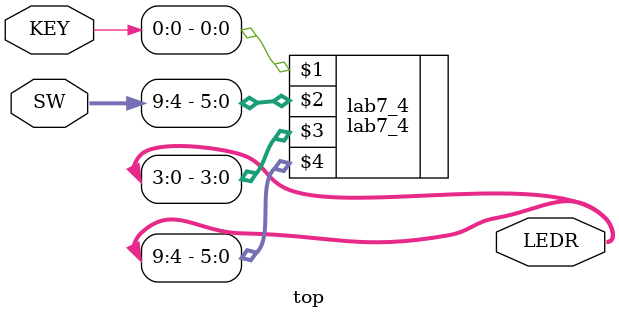
<source format=v>
module top (SW, KEY, LEDR);

    input wire [9:0] SW;        // DE-series switches
    input wire [3:0] KEY;       // DE-series pushbuttons

    output wire [9:0] LEDR;     // DE-series LEDs   

    lab7_4 lab7_4 (KEY[0], SW[9:4], LEDR[3:0], LEDR[9:4]);
 
endmodule


</source>
